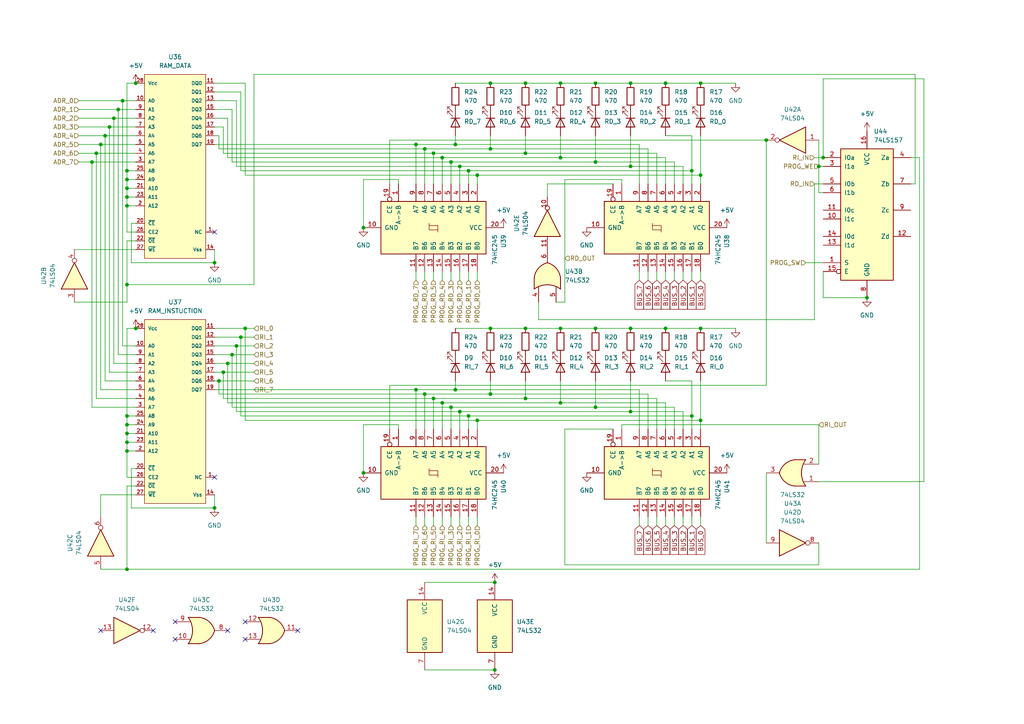
<source format=kicad_sch>
(kicad_sch (version 20230121) (generator eeschema)
  (paper "A4")
  (title_block (title "RAM") (date "2023-07-13") (rev "1"))
  (junction (at 203.2 24.13))
  (junction (at 29.21 41.91))
  (junction (at 251.46 86.36))
  (junction (at 34.29 31.75))
  (junction (at 35.56 29.21))
  (junction (at 123.19 43.18))
  (junction (at 128.27 45.72))
  (junction (at 162.56 116.84))
  (junction (at 203.2 95.25))
  (junction (at 135.89 120.65))
  (junction (at 27.94 44.45))
  (junction (at 105.41 66.04))
  (junction (at 63.5 110.49))
  (junction (at 182.88 24.13))
  (junction (at 143.51 168.91))
  (junction (at 120.65 41.91))
  (junction (at 142.24 95.25))
  (junction (at 182.88 119.38))
  (junction (at 152.4 95.25))
  (junction (at 36.83 54.61))
  (junction (at 182.88 95.25))
  (junction (at 172.72 24.13))
  (junction (at 36.83 130.81))
  (junction (at 222.25 40.64))
  (junction (at 36.83 57.15))
  (junction (at 135.89 49.53))
  (junction (at 133.35 119.38))
  (junction (at 133.35 48.26))
  (junction (at 138.43 121.92))
  (junction (at 172.72 118.11))
  (junction (at 36.83 59.69))
  (junction (at 203.2 50.8))
  (junction (at 36.83 125.73))
  (junction (at 193.04 24.13))
  (junction (at 125.73 115.57))
  (junction (at 66.04 105.41))
  (junction (at 172.72 46.99))
  (junction (at 237.49 48.26))
  (junction (at 142.24 24.13))
  (junction (at 152.4 115.57))
  (junction (at 162.56 24.13))
  (junction (at 39.37 95.25))
  (junction (at 67.31 102.87))
  (junction (at 36.83 128.27))
  (junction (at 130.81 118.11))
  (junction (at 64.77 107.95))
  (junction (at 142.24 43.18))
  (junction (at 36.83 120.65))
  (junction (at 26.67 46.99))
  (junction (at 33.02 34.29))
  (junction (at 68.58 100.33))
  (junction (at 36.83 123.19))
  (junction (at 30.48 39.37))
  (junction (at 172.72 95.25))
  (junction (at 62.23 76.2))
  (junction (at 123.19 114.3))
  (junction (at 71.12 95.25))
  (junction (at 130.81 46.99))
  (junction (at 203.2 121.92))
  (junction (at 152.4 24.13))
  (junction (at 162.56 45.72))
  (junction (at 120.65 113.03))
  (junction (at 36.83 52.07))
  (junction (at 142.24 114.3))
  (junction (at 31.75 36.83))
  (junction (at 200.66 49.53))
  (junction (at 105.41 137.16))
  (junction (at 238.76 45.72))
  (junction (at 125.73 44.45))
  (junction (at 36.83 82.55))
  (junction (at 152.4 44.45))
  (junction (at 36.83 49.53))
  (junction (at 62.23 147.32))
  (junction (at 200.66 120.65))
  (junction (at 128.27 116.84))
  (junction (at 162.56 95.25))
  (junction (at 182.88 48.26))
  (junction (at 69.85 97.79))
  (junction (at 193.04 95.25))
  (junction (at 39.37 24.13))
  (junction (at 143.51 194.31))
  (junction (at 132.08 41.91))
  (junction (at 36.83 165.1))
  (junction (at 132.08 113.03))
  (junction (at 138.43 50.8))
  (no_connect (at 62.23 67.31))
  (no_connect (at 50.8 185.42))
  (no_connect (at 50.8 180.34))
  (no_connect (at 71.12 180.34))
  (no_connect (at 86.36 182.88))
  (no_connect (at 62.23 138.43))
  (no_connect (at 66.04 182.88))
  (no_connect (at 29.21 182.88))
  (no_connect (at 71.12 185.42))
  (no_connect (at 44.45 182.88))
  (wire (pts (xy 163.83 124.46) (xy 177.8 124.46)))
  (wire (pts (xy 185.42 41.91) (xy 132.08 41.91)))
  (wire (pts (xy 29.21 149.86) (xy 29.21 143.51)))
  (wire (pts (xy 39.37 67.31) (xy 36.83 67.31)))
  (wire (pts (xy 31.75 107.95) (xy 39.37 107.95)))
  (wire (pts (xy 68.58 29.21) (xy 62.23 29.21)))
  (wire (pts (xy 29.21 41.91) (xy 29.21 113.03)))
  (wire (pts (xy 180.34 52.07) (xy 163.83 52.07)))
  (wire (pts (xy 187.96 114.3) (xy 142.24 114.3)))
  (wire (pts (xy 135.89 49.53) (xy 69.85 49.53)))
  (wire (pts (xy 29.21 165.1) (xy 36.83 165.1)))
  (wire (pts (xy 39.37 41.91) (xy 29.21 41.91)))
  (wire (pts (xy 267.97 22.86) (xy 267.97 139.7)))
  (wire (pts (xy 66.04 34.29) (xy 62.23 34.29)))
  (wire (pts (xy 187.96 43.18) (xy 142.24 43.18)))
  (wire (pts (xy 198.12 78.74) (xy 198.12 81.28)))
  (wire (pts (xy 193.04 24.13) (xy 182.88 24.13)))
  (wire (pts (xy 156.21 92.71) (xy 156.21 87.63)))
  (wire (pts (xy 39.37 29.21) (xy 35.56 29.21)))
  (wire (pts (xy 222.25 111.76) (xy 113.03 111.76)))
  (wire (pts (xy 68.58 48.26) (xy 68.58 29.21)))
  (wire (pts (xy 162.56 24.13) (xy 152.4 24.13)))
  (wire (pts (xy 267.97 139.7) (xy 237.49 139.7)))
  (wire (pts (xy 187.96 78.74) (xy 187.96 81.28)))
  (wire (pts (xy 63.5 43.18) (xy 63.5 39.37)))
  (wire (pts (xy 163.83 163.83) (xy 163.83 124.46)))
  (wire (pts (xy 133.35 78.74) (xy 133.35 81.28)))
  (wire (pts (xy 62.23 147.32) (xy 62.23 143.51)))
  (wire (pts (xy 22.86 44.45) (xy 27.94 44.45)))
  (wire (pts (xy 115.57 53.34) (xy 115.57 52.07)))
  (wire (pts (xy 180.34 124.46) (xy 180.34 123.19)))
  (wire (pts (xy 162.56 45.72) (xy 128.27 45.72)))
  (wire (pts (xy 182.88 119.38) (xy 133.35 119.38)))
  (wire (pts (xy 187.96 149.86) (xy 187.96 152.4)))
  (wire (pts (xy 64.77 107.95) (xy 73.66 107.95)))
  (wire (pts (xy 162.56 116.84) (xy 128.27 116.84)))
  (wire (pts (xy 172.72 39.37) (xy 172.72 46.99)))
  (wire (pts (xy 39.37 138.43) (xy 36.83 138.43)))
  (wire (pts (xy 39.37 135.89) (xy 38.1 135.89)))
  (wire (pts (xy 237.49 40.64) (xy 237.49 48.26)))
  (wire (pts (xy 36.83 125.73) (xy 39.37 125.73)))
  (wire (pts (xy 132.08 41.91) (xy 120.65 41.91)))
  (wire (pts (xy 233.68 76.2) (xy 238.76 76.2)))
  (wire (pts (xy 193.04 110.49) (xy 200.66 110.49)))
  (wire (pts (xy 66.04 116.84) (xy 66.04 105.41)))
  (wire (pts (xy 113.03 40.64) (xy 113.03 53.34)))
  (wire (pts (xy 158.75 57.15) (xy 158.75 53.34)))
  (wire (pts (xy 36.83 59.69) (xy 39.37 59.69)))
  (wire (pts (xy 203.2 124.46) (xy 203.2 121.92)))
  (wire (pts (xy 172.72 46.99) (xy 130.81 46.99)))
  (wire (pts (xy 198.12 53.34) (xy 198.12 48.26)))
  (wire (pts (xy 185.42 124.46) (xy 185.42 113.03)))
  (wire (pts (xy 39.37 34.29) (xy 33.02 34.29)))
  (wire (pts (xy 132.08 113.03) (xy 120.65 113.03)))
  (wire (pts (xy 27.94 44.45) (xy 27.94 115.57)))
  (wire (pts (xy 193.04 116.84) (xy 162.56 116.84)))
  (wire (pts (xy 135.89 149.86) (xy 135.89 152.4)))
  (wire (pts (xy 185.42 113.03) (xy 132.08 113.03)))
  (wire (pts (xy 22.86 34.29) (xy 33.02 34.29)))
  (wire (pts (xy 36.83 49.53) (xy 39.37 49.53)))
  (wire (pts (xy 130.81 118.11) (xy 67.31 118.11)))
  (wire (pts (xy 203.2 39.37) (xy 203.2 50.8)))
  (wire (pts (xy 200.66 78.74) (xy 200.66 81.28)))
  (wire (pts (xy 203.2 110.49) (xy 203.2 121.92)))
  (wire (pts (xy 236.22 92.71) (xy 156.21 92.71)))
  (wire (pts (xy 69.85 97.79) (xy 73.66 97.79)))
  (wire (pts (xy 200.66 53.34) (xy 200.66 49.53)))
  (wire (pts (xy 34.29 31.75) (xy 34.29 102.87)))
  (wire (pts (xy 133.35 149.86) (xy 133.35 152.4)))
  (wire (pts (xy 135.89 120.65) (xy 135.89 124.46)))
  (wire (pts (xy 238.76 86.36) (xy 251.46 86.36)))
  (wire (pts (xy 63.5 110.49) (xy 62.23 110.49)))
  (wire (pts (xy 22.86 41.91) (xy 29.21 41.91)))
  (wire (pts (xy 187.96 53.34) (xy 187.96 43.18)))
  (wire (pts (xy 128.27 149.86) (xy 128.27 152.4)))
  (wire (pts (xy 63.5 110.49) (xy 73.66 110.49)))
  (wire (pts (xy 138.43 78.74) (xy 138.43 81.28)))
  (wire (pts (xy 71.12 95.25) (xy 62.23 95.25)))
  (wire (pts (xy 130.81 78.74) (xy 130.81 81.28)))
  (wire (pts (xy 36.83 138.43) (xy 36.83 130.81)))
  (wire (pts (xy 125.73 44.45) (xy 64.77 44.45)))
  (wire (pts (xy 152.4 24.13) (xy 142.24 24.13)))
  (wire (pts (xy 120.65 78.74) (xy 120.65 81.28)))
  (wire (pts (xy 213.36 24.13) (xy 203.2 24.13)))
  (wire (pts (xy 172.72 110.49) (xy 172.72 118.11)))
  (wire (pts (xy 36.83 59.69) (xy 36.83 57.15)))
  (wire (pts (xy 128.27 116.84) (xy 128.27 124.46)))
  (wire (pts (xy 236.22 45.72) (xy 238.76 45.72)))
  (wire (pts (xy 193.04 39.37) (xy 200.66 39.37)))
  (wire (pts (xy 193.04 149.86) (xy 193.04 152.4)))
  (wire (pts (xy 36.83 82.55) (xy 73.66 82.55)))
  (wire (pts (xy 222.25 40.64) (xy 222.25 111.76)))
  (wire (pts (xy 238.76 45.72) (xy 238.76 22.86)))
  (wire (pts (xy 115.57 124.46) (xy 115.57 123.19)))
  (wire (pts (xy 238.76 22.86) (xy 267.97 22.86)))
  (wire (pts (xy 69.85 49.53) (xy 69.85 26.67)))
  (wire (pts (xy 113.03 40.64) (xy 222.25 40.64)))
  (wire (pts (xy 29.21 143.51) (xy 39.37 143.51)))
  (wire (pts (xy 68.58 119.38) (xy 68.58 100.33)))
  (wire (pts (xy 198.12 119.38) (xy 182.88 119.38)))
  (wire (pts (xy 158.75 53.34) (xy 177.8 53.34)))
  (wire (pts (xy 115.57 52.07) (xy 105.41 52.07)))
  (wire (pts (xy 172.72 118.11) (xy 130.81 118.11)))
  (wire (pts (xy 22.86 46.99) (xy 26.67 46.99)))
  (wire (pts (xy 71.12 95.25) (xy 73.66 95.25)))
  (wire (pts (xy 35.56 100.33) (xy 39.37 100.33)))
  (wire (pts (xy 142.24 43.18) (xy 123.19 43.18)))
  (wire (pts (xy 180.34 123.19) (xy 237.49 123.19)))
  (wire (pts (xy 64.77 44.45) (xy 64.77 36.83)))
  (wire (pts (xy 203.2 53.34) (xy 203.2 50.8)))
  (wire (pts (xy 264.16 53.34) (xy 265.43 53.34)))
  (wire (pts (xy 172.72 24.13) (xy 162.56 24.13)))
  (wire (pts (xy 71.12 121.92) (xy 71.12 95.25)))
  (wire (pts (xy 36.83 130.81) (xy 36.83 128.27)))
  (wire (pts (xy 195.58 46.99) (xy 172.72 46.99)))
  (wire (pts (xy 36.83 165.1) (xy 36.83 140.97)))
  (wire (pts (xy 135.89 49.53) (xy 135.89 53.34)))
  (wire (pts (xy 22.86 36.83) (xy 31.75 36.83)))
  (wire (pts (xy 128.27 45.72) (xy 66.04 45.72)))
  (wire (pts (xy 64.77 115.57) (xy 64.77 107.95)))
  (wire (pts (xy 185.42 149.86) (xy 185.42 152.4)))
  (wire (pts (xy 152.4 44.45) (xy 125.73 44.45)))
  (wire (pts (xy 62.23 41.91) (xy 120.65 41.91)))
  (wire (pts (xy 36.83 120.65) (xy 36.83 95.25)))
  (wire (pts (xy 39.37 31.75) (xy 34.29 31.75)))
  (wire (pts (xy 36.83 130.81) (xy 39.37 130.81)))
  (wire (pts (xy 36.83 52.07) (xy 36.83 49.53)))
  (wire (pts (xy 63.5 114.3) (xy 63.5 110.49)))
  (wire (pts (xy 133.35 119.38) (xy 133.35 124.46)))
  (wire (pts (xy 36.83 52.07) (xy 39.37 52.07)))
  (wire (pts (xy 162.56 110.49) (xy 162.56 116.84)))
  (wire (pts (xy 35.56 29.21) (xy 35.56 100.33)))
  (wire (pts (xy 123.19 114.3) (xy 63.5 114.3)))
  (wire (pts (xy 39.37 36.83) (xy 31.75 36.83)))
  (wire (pts (xy 66.04 105.41) (xy 62.23 105.41)))
  (wire (pts (xy 36.83 123.19) (xy 39.37 123.19)))
  (wire (pts (xy 162.56 95.25) (xy 152.4 95.25)))
  (wire (pts (xy 68.58 100.33) (xy 62.23 100.33)))
  (wire (pts (xy 64.77 107.95) (xy 62.23 107.95)))
  (wire (pts (xy 130.81 149.86) (xy 130.81 152.4)))
  (wire (pts (xy 182.88 95.25) (xy 172.72 95.25)))
  (wire (pts (xy 200.66 110.49) (xy 200.66 120.65)))
  (wire (pts (xy 152.4 39.37) (xy 152.4 44.45)))
  (wire (pts (xy 31.75 36.83) (xy 31.75 107.95)))
  (wire (pts (xy 38.1 147.32) (xy 62.23 147.32)))
  (wire (pts (xy 190.5 115.57) (xy 152.4 115.57)))
  (wire (pts (xy 187.96 124.46) (xy 187.96 114.3)))
  (wire (pts (xy 66.04 105.41) (xy 73.66 105.41)))
  (wire (pts (xy 195.58 78.74) (xy 195.58 81.28)))
  (wire (pts (xy 36.83 69.85) (xy 36.83 82.55)))
  (wire (pts (xy 203.2 24.13) (xy 193.04 24.13)))
  (wire (pts (xy 125.73 149.86) (xy 125.73 152.4)))
  (wire (pts (xy 237.49 157.48) (xy 237.49 163.83)))
  (wire (pts (xy 142.24 95.25) (xy 132.08 95.25)))
  (wire (pts (xy 39.37 64.77) (xy 38.1 64.77)))
  (wire (pts (xy 22.86 31.75) (xy 34.29 31.75)))
  (wire (pts (xy 36.83 128.27) (xy 39.37 128.27)))
  (wire (pts (xy 193.04 95.25) (xy 182.88 95.25)))
  (wire (pts (xy 236.22 53.34) (xy 236.22 92.71)))
  (wire (pts (xy 203.2 149.86) (xy 203.2 152.4)))
  (wire (pts (xy 21.59 72.39) (xy 39.37 72.39)))
  (wire (pts (xy 27.94 115.57) (xy 39.37 115.57)))
  (wire (pts (xy 125.73 78.74) (xy 125.73 81.28)))
  (wire (pts (xy 182.88 39.37) (xy 182.88 48.26)))
  (wire (pts (xy 200.66 120.65) (xy 135.89 120.65)))
  (wire (pts (xy 128.27 78.74) (xy 128.27 81.28)))
  (wire (pts (xy 152.4 110.49) (xy 152.4 115.57)))
  (wire (pts (xy 38.1 64.77) (xy 38.1 76.2)))
  (wire (pts (xy 67.31 102.87) (xy 62.23 102.87)))
  (wire (pts (xy 152.4 115.57) (xy 125.73 115.57)))
  (wire (pts (xy 62.23 76.2) (xy 62.23 72.39)))
  (wire (pts (xy 71.12 50.8) (xy 71.12 24.13)))
  (wire (pts (xy 198.12 124.46) (xy 198.12 119.38)))
  (wire (pts (xy 120.65 113.03) (xy 120.65 124.46)))
  (wire (pts (xy 125.73 115.57) (xy 125.73 124.46)))
  (wire (pts (xy 113.03 111.76) (xy 113.03 124.46)))
  (wire (pts (xy 71.12 24.13) (xy 62.23 24.13)))
  (wire (pts (xy 26.67 118.11) (xy 39.37 118.11)))
  (wire (pts (xy 138.43 50.8) (xy 138.43 53.34)))
  (wire (pts (xy 172.72 95.25) (xy 162.56 95.25)))
  (wire (pts (xy 39.37 44.45) (xy 27.94 44.45)))
  (wire (pts (xy 138.43 50.8) (xy 71.12 50.8)))
  (wire (pts (xy 22.86 29.21) (xy 35.56 29.21)))
  (wire (pts (xy 39.37 46.99) (xy 26.67 46.99)))
  (wire (pts (xy 36.83 123.19) (xy 36.83 120.65)))
  (wire (pts (xy 67.31 102.87) (xy 73.66 102.87)))
  (wire (pts (xy 195.58 149.86) (xy 195.58 152.4)))
  (wire (pts (xy 182.88 48.26) (xy 133.35 48.26)))
  (wire (pts (xy 195.58 118.11) (xy 172.72 118.11)))
  (wire (pts (xy 135.89 120.65) (xy 69.85 120.65)))
  (wire (pts (xy 128.27 45.72) (xy 128.27 53.34)))
  (wire (pts (xy 200.66 49.53) (xy 135.89 49.53)))
  (wire (pts (xy 193.04 78.74) (xy 193.04 81.28)))
  (wire (pts (xy 36.83 95.25) (xy 39.37 95.25)))
  (wire (pts (xy 36.83 67.31) (xy 36.83 59.69)))
  (wire (pts (xy 190.5 149.86) (xy 190.5 152.4)))
  (wire (pts (xy 36.83 57.15) (xy 36.83 54.61)))
  (wire (pts (xy 67.31 31.75) (xy 62.23 31.75)))
  (wire (pts (xy 138.43 121.92) (xy 71.12 121.92)))
  (wire (pts (xy 36.83 120.65) (xy 39.37 120.65)))
  (wire (pts (xy 236.22 53.34) (xy 238.76 53.34)))
  (wire (pts (xy 142.24 39.37) (xy 142.24 43.18)))
  (wire (pts (xy 132.08 39.37) (xy 132.08 41.91)))
  (wire (pts (xy 26.67 46.99) (xy 26.67 118.11)))
  (wire (pts (xy 66.04 45.72) (xy 66.04 34.29)))
  (wire (pts (xy 69.85 97.79) (xy 62.23 97.79)))
  (wire (pts (xy 203.2 78.74) (xy 203.2 81.28)))
  (wire (pts (xy 30.48 110.49) (xy 39.37 110.49)))
  (wire (pts (xy 185.42 53.34) (xy 185.42 41.91)))
  (wire (pts (xy 69.85 120.65) (xy 69.85 97.79)))
  (wire (pts (xy 237.49 48.26) (xy 238.76 48.26)))
  (wire (pts (xy 238.76 78.74) (xy 238.76 86.36)))
  (wire (pts (xy 185.42 78.74) (xy 185.42 81.28)))
  (wire (pts (xy 190.5 124.46) (xy 190.5 115.57)))
  (wire (pts (xy 237.49 163.83) (xy 163.83 163.83)))
  (wire (pts (xy 265.43 53.34) (xy 265.43 21.59)))
  (wire (pts (xy 203.2 95.25) (xy 193.04 95.25)))
  (wire (pts (xy 198.12 48.26) (xy 182.88 48.26)))
  (wire (pts (xy 152.4 95.25) (xy 142.24 95.25)))
  (wire (pts (xy 195.58 53.34) (xy 195.58 46.99)))
  (wire (pts (xy 120.65 41.91) (xy 120.65 53.34)))
  (wire (pts (xy 200.66 124.46) (xy 200.66 120.65)))
  (wire (pts (xy 123.19 194.31) (xy 143.51 194.31)))
  (wire (pts (xy 120.65 149.86) (xy 120.65 152.4)))
  (wire (pts (xy 203.2 50.8) (xy 138.43 50.8)))
  (wire (pts (xy 133.35 48.26) (xy 133.35 53.34)))
  (wire (pts (xy 67.31 46.99) (xy 67.31 31.75)))
  (wire (pts (xy 195.58 124.46) (xy 195.58 118.11)))
  (wire (pts (xy 39.37 39.37) (xy 30.48 39.37)))
  (wire (pts (xy 142.24 24.13) (xy 132.08 24.13)))
  (wire (pts (xy 34.29 102.87) (xy 39.37 102.87)))
  (wire (pts (xy 163.83 87.63) (xy 161.29 87.63)))
  (wire (pts (xy 133.35 48.26) (xy 68.58 48.26)))
  (wire (pts (xy 36.83 125.73) (xy 36.83 123.19)))
  (wire (pts (xy 36.83 24.13) (xy 39.37 24.13)))
  (wire (pts (xy 36.83 54.61) (xy 36.83 52.07)))
  (wire (pts (xy 123.19 168.91) (xy 143.51 168.91)))
  (wire (pts (xy 123.19 43.18) (xy 123.19 53.34)))
  (wire (pts (xy 138.43 121.92) (xy 138.43 124.46)))
  (wire (pts (xy 266.7 165.1) (xy 36.83 165.1)))
  (wire (pts (xy 33.02 34.29) (xy 33.02 105.41)))
  (wire (pts (xy 180.34 53.34) (xy 180.34 52.07)))
  (wire (pts (xy 130.81 46.99) (xy 67.31 46.99)))
  (wire (pts (xy 125.73 44.45) (xy 125.73 53.34)))
  (wire (pts (xy 36.83 57.15) (xy 39.37 57.15)))
  (wire (pts (xy 36.83 49.53) (xy 36.83 24.13)))
  (wire (pts (xy 193.04 124.46) (xy 193.04 116.84)))
  (wire (pts (xy 30.48 39.37) (xy 30.48 110.49)))
  (wire (pts (xy 142.24 110.49) (xy 142.24 114.3)))
  (wire (pts (xy 69.85 26.67) (xy 62.23 26.67)))
  (wire (pts (xy 38.1 76.2) (xy 62.23 76.2)))
  (wire (pts (xy 237.49 48.26) (xy 237.49 55.88)))
  (wire (pts (xy 266.7 45.72) (xy 266.7 165.1)))
  (wire (pts (xy 182.88 110.49) (xy 182.88 119.38)))
  (wire (pts (xy 130.81 118.11) (xy 130.81 124.46)))
  (wire (pts (xy 115.57 123.19) (xy 105.41 123.19)))
  (wire (pts (xy 29.21 113.03) (xy 39.37 113.03)))
  (wire (pts (xy 22.86 39.37) (xy 30.48 39.37)))
  (wire (pts (xy 36.83 140.97) (xy 39.37 140.97)))
  (wire (pts (xy 123.19 78.74) (xy 123.19 81.28)))
  (wire (pts (xy 200.66 149.86) (xy 200.66 152.4)))
  (wire (pts (xy 142.24 114.3) (xy 123.19 114.3)))
  (wire (pts (xy 198.12 149.86) (xy 198.12 152.4)))
  (wire (pts (xy 203.2 121.92) (xy 138.43 121.92)))
  (wire (pts (xy 38.1 135.89) (xy 38.1 147.32)))
  (wire (pts (xy 237.49 55.88) (xy 238.76 55.88)))
  (wire (pts (xy 213.36 95.25) (xy 203.2 95.25)))
  (wire (pts (xy 21.59 87.63) (xy 36.83 87.63)))
  (wire (pts (xy 123.19 43.18) (xy 63.5 43.18)))
  (wire (pts (xy 193.04 45.72) (xy 162.56 45.72)))
  (wire (pts (xy 190.5 53.34) (xy 190.5 44.45)))
  (wire (pts (xy 68.58 100.33) (xy 73.66 100.33)))
  (wire (pts (xy 36.83 82.55) (xy 36.83 87.63)))
  (wire (pts (xy 200.66 39.37) (xy 200.66 49.53)))
  (wire (pts (xy 36.83 54.61) (xy 39.37 54.61)))
  (wire (pts (xy 36.83 128.27) (xy 36.83 125.73)))
  (wire (pts (xy 264.16 45.72) (xy 266.7 45.72)))
  (wire (pts (xy 182.88 24.13) (xy 172.72 24.13)))
  (wire (pts (xy 133.35 119.38) (xy 68.58 119.38)))
  (wire (pts (xy 130.81 46.99) (xy 130.81 53.34)))
  (wire (pts (xy 193.04 53.34) (xy 193.04 45.72)))
  (wire (pts (xy 128.27 116.84) (xy 66.04 116.84)))
  (wire (pts (xy 63.5 39.37) (xy 62.23 39.37)))
  (wire (pts (xy 123.19 114.3) (xy 123.19 124.46)))
  (wire (pts (xy 162.56 39.37) (xy 162.56 45.72)))
  (wire (pts (xy 222.25 137.16) (xy 222.25 157.48)))
  (wire (pts (xy 67.31 118.11) (xy 67.31 102.87)))
  (wire (pts (xy 132.08 110.49) (xy 132.08 113.03)))
  (wire (pts (xy 64.77 36.83) (xy 62.23 36.83)))
  (wire (pts (xy 123.19 149.86) (xy 123.19 152.4)))
  (wire (pts (xy 105.41 52.07) (xy 105.41 66.04)))
  (wire (pts (xy 135.89 78.74) (xy 135.89 81.28)))
  (wire (pts (xy 36.83 69.85) (xy 39.37 69.85)))
  (wire (pts (xy 105.41 123.19) (xy 105.41 137.16)))
  (wire (pts (xy 237.49 123.19) (xy 237.49 134.62)))
  (wire (pts (xy 33.02 105.41) (xy 39.37 105.41)))
  (wire (pts (xy 125.73 115.57) (xy 64.77 115.57)))
  (wire (pts (xy 62.23 113.03) (xy 120.65 113.03)))
  (wire (pts (xy 73.66 21.59) (xy 73.66 82.55)))
  (wire (pts (xy 190.5 44.45) (xy 152.4 44.45)))
  (wire (pts (xy 138.43 149.86) (xy 138.43 152.4)))
  (wire (pts (xy 190.5 78.74) (xy 190.5 81.28)))
  (wire (pts (xy 163.83 52.07) (xy 163.83 87.63)))
  (wire (pts (xy 73.66 21.59) (xy 265.43 21.59)))
  (global_label "BUS_0" (shape input) (at 203.2 81.28 270) (property "Intersheetrefs" "${INTERSHEET_REFS}" (effects hide)))
  (global_label "BUS_4" (shape input) (at 193.04 81.28 270) (property "Intersheetrefs" "${INTERSHEET_REFS}" (effects hide)))
  (global_label "BUS_3" (shape input) (at 195.58 81.28 270) (property "Intersheetrefs" "${INTERSHEET_REFS}" (effects hide)))
  (global_label "BUS_4" (shape input) (at 193.04 152.4 270) (property "Intersheetrefs" "${INTERSHEET_REFS}" (effects hide)))
  (global_label "BUS_1" (shape input) (at 200.66 152.4 270) (property "Intersheetrefs" "${INTERSHEET_REFS}" (effects hide)))
  (global_label "BUS_2" (shape input) (at 198.12 81.28 270) (property "Intersheetrefs" "${INTERSHEET_REFS}" (effects hide)))
  (global_label "BUS_7" (shape input) (at 185.42 81.28 270) (property "Intersheetrefs" "${INTERSHEET_REFS}" (effects hide)))
  (global_label "BUS_0" (shape input) (at 203.2 152.4 270) (property "Intersheetrefs" "${INTERSHEET_REFS}" (effects hide)))
  (global_label "BUS_1" (shape input) (at 200.66 81.28 270) (property "Intersheetrefs" "${INTERSHEET_REFS}" (effects hide)))
  (global_label "BUS_5" (shape input) (at 190.5 152.4 270) (property "Intersheetrefs" "${INTERSHEET_REFS}" (effects hide)))
  (global_label "BUS_5" (shape input) (at 190.5 81.28 270) (property "Intersheetrefs" "${INTERSHEET_REFS}" (effects hide)))
  (global_label "BUS_7" (shape input) (at 185.42 152.4 270) (property "Intersheetrefs" "${INTERSHEET_REFS}" (effects hide)))
  (global_label "BUS_2" (shape input) (at 198.12 152.4 270) (property "Intersheetrefs" "${INTERSHEET_REFS}" (effects hide)))
  (global_label "BUS_3" (shape input) (at 195.58 152.4 270) (property "Intersheetrefs" "${INTERSHEET_REFS}" (effects hide)))
  (global_label "BUS_6" (shape input) (at 187.96 152.4 270) (property "Intersheetrefs" "${INTERSHEET_REFS}" (effects hide)))
  (global_label "BUS_6" (shape input) (at 187.96 81.28 270) (property "Intersheetrefs" "${INTERSHEET_REFS}" (effects hide)))
  (hierarchical_label "PROG_RI_1" (shape input) (at 135.89 152.4 270))
  (hierarchical_label "RI_7" (shape input) (at 73.66 113.03 0))
  (hierarchical_label "PROG_RD_1" (shape input) (at 135.89 81.28 270))
  (hierarchical_label "PROG_SW" (shape input) (at 233.68 76.2 180))
  (hierarchical_label "ADR_7" (shape input) (at 22.86 46.99 180))
  (hierarchical_label "PROG_RI_7" (shape input) (at 120.65 152.4 270))
  (hierarchical_label "RI_OUT" (shape input) (at 237.49 123.19 0))
  (hierarchical_label "ADR_4" (shape input) (at 22.86 39.37 180))
  (hierarchical_label "RI_6" (shape input) (at 73.66 110.49 0))
  (hierarchical_label "PROG_RI_4" (shape input) (at 128.27 152.4 270))
  (hierarchical_label "RI_3" (shape input) (at 73.66 102.87 0))
  (hierarchical_label "PROG_RI_5" (shape input) (at 125.73 152.4 270))
  (hierarchical_label "ADR_5" (shape input) (at 22.86 41.91 180))
  (hierarchical_label "RD_OUT" (shape input) (at 163.83 74.93 0))
  (hierarchical_label "PROG_RD_7" (shape input) (at 120.65 81.28 270))
  (hierarchical_label "ADR_0" (shape input) (at 22.86 29.21 180))
  (hierarchical_label "RI_5" (shape input) (at 73.66 107.95 0))
  (hierarchical_label "PROG_RD_0" (shape input) (at 138.43 81.28 270))
  (hierarchical_label "ADR_6" (shape input) (at 22.86 44.45 180))
  (hierarchical_label "RI_1" (shape input) (at 73.66 97.79 0))
  (hierarchical_label "PROG_RD_4" (shape input) (at 128.27 81.28 270))
  (hierarchical_label "PROG_RI_2" (shape input) (at 133.35 152.4 270))
  (hierarchical_label "PROG_RI_3" (shape input) (at 130.81 152.4 270))
  (hierarchical_label "RI_IN" (shape input) (at 236.22 45.72 180))
  (hierarchical_label "PROG_RD_5" (shape input) (at 125.73 81.28 270))
  (hierarchical_label "RD_IN" (shape input) (at 236.22 53.34 180))
  (hierarchical_label "RI_0" (shape input) (at 73.66 95.25 0))
  (hierarchical_label "RI_4" (shape input) (at 73.66 105.41 0))
  (hierarchical_label "PROG_RI_0" (shape input) (at 138.43 152.4 270))
  (hierarchical_label "PROG_RD_2" (shape input) (at 133.35 81.28 270))
  (hierarchical_label "PROG_RD_3" (shape input) (at 130.81 81.28 270))
  (hierarchical_label "PROG_RI_6" (shape input) (at 123.19 152.4 270))
  (hierarchical_label "ADR_2" (shape input) (at 22.86 34.29 180))
  (hierarchical_label "ADR_1" (shape input) (at 22.86 31.75 180))
  (hierarchical_label "ADR_3" (shape input) (at 22.86 36.83 180))
  (hierarchical_label "PROG_RD_6" (shape input) (at 123.19 81.28 270))
  (hierarchical_label "RI_2" (shape input) (at 73.66 100.33 0))
  (hierarchical_label "PROG_WE" (shape input) (at 237.49 48.26 180))
  (symbol (lib_id "power:GND") (at 251.46 86.36 0) (unit 1)
    (property "Reference" "#PWR082" (effects hide))
    (property "Value" "GND" (at 251.46 91.44 0))
  )
  (symbol (lib_id "Device:R") (at 193.04 27.94 180) (unit 1)
    (property "Reference" "R18" (at 195.58 26.67 0) (effects (justify right)))
    (property "Value" "470" (at 195.58 29.21 0) (effects (justify right)))
    (property "Footprint" "Resistor_SMD:R_1206_3216Metric_Pad1.30x1.75mm_HandSolder" (effects hide))
    (instances (project "SAP-Extended" (path "" (reference "R18") (unit 1)) (path "" (reference "R26") (unit 1)) (path "" (reference "R77") (unit 1))))
  )
  (symbol (lib_id "power:GND") (at 62.23 76.2 0) (unit 1)
    (property "Reference" "#PWR069" (effects hide))
    (property "Value" "GND" (at 62.23 81.28 0))
  )
  (symbol (lib_id "power:+5V") (at 146.05 66.04 0) (unit 1)
    (property "Reference" "#PWR073" (effects hide))
    (property "Value" "+5V" (at 146.05 60.96 0))
  )
  (symbol (lib_id "Device:R") (at 162.56 99.06 180) (unit 1)
    (property "Reference" "R21" (at 165.1 97.79 0) (effects (justify right)))
    (property "Value" "470" (at 165.1 100.33 0) (effects (justify right)))
    (property "Footprint" "Resistor_SMD:R_1206_3216Metric_Pad1.30x1.75mm_HandSolder" (effects hide))
    (instances (project "SAP-Extended" (path "" (reference "R21") (unit 1)) (path "" (reference "R29") (unit 1)) (path "" (reference "R87") (unit 1))))
  )
  (symbol (lib_id "power:GND") (at 213.36 24.13 0) (unit 1)
    (property "Reference" "#PWR022" (effects hide))
    (property "Value" "GND" (at 213.36 29.21 0))
    (instances (project "SAP-Extended" (path "" (reference "#PWR022") (unit 1)) (path "" (reference "#PWR023") (unit 1)) (path "" (reference "#PWR076") (unit 1))))
  )
  (symbol (lib_id "Device:LED") (at 203.2 35.56 270) (unit 1)
    (property "Reference" "D16" (at 205.74 32.7025 90) (effects (justify left)))
    (property "Value" "RD_0" (at 205.74 35.2425 90) (effects (justify left)))
    (property "Footprint" "LED_THT:LED_D3.0mm" (effects hide))
    (instances (project "SAP-Extended" (path "" (reference "D16") (unit 1)) (path "" (reference "D17") (unit 1)) (path "" (reference "D58") (unit 1))))
  )
  (symbol (lib_id "power:+5V") (at 251.46 38.1 0) (unit 1)
    (property "Reference" "#PWR083" (effects hide))
    (property "Value" "+5V" (at 251.46 33.02 0))
  )
  (symbol (lib_id "74xx:74LS04") (at 36.83 182.88 0) (unit 6)
    (property "Reference" "U42" (at 36.83 173.99 0))
    (property "Value" "74LS04" (at 36.83 176.53 0))
    (property "Footprint" "Package_DIP:DIP-14_W7.62mm_Socket" (effects hide))
    (property "Datasheet" "http://www.ti.com/lit/gpn/sn74LS04" (effects hide))
  )
  (symbol (lib_id "Device:LED") (at 182.88 35.56 270) (unit 1)
    (property "Reference" "D14" (at 185.42 32.7025 90) (effects (justify left)))
    (property "Value" "RD_2" (at 185.42 35.2425 90) (effects (justify left)))
    (property "Footprint" "LED_THT:LED_D3.0mm" (effects hide))
    (instances (project "SAP-Extended" (path "" (reference "D14") (unit 1)) (path "" (reference "D19") (unit 1)) (path "" (reference "D60") (unit 1))))
  )
  (symbol (lib_id "Device:LED") (at 162.56 106.68 270) (unit 1)
    (property "Reference" "D12" (at 165.1 103.8225 90) (effects (justify left)))
    (property "Value" "RI_4" (at 165.1 106.3625 90) (effects (justify left)))
    (property "Footprint" "LED_THT:LED_D3.0mm" (effects hide))
    (instances (project "SAP-Extended" (path "" (reference "D12") (unit 1)) (path "" (reference "D21") (unit 1)) (path "" (reference "D69") (unit 1))))
  )
  (symbol (lib_id "74xx:74LS04") (at 123.19 181.61 0) (unit 7)
    (property "Reference" "U42" (at 129.54 180.34 0) (effects (justify left)))
    (property "Value" "74LS04" (at 129.54 182.88 0) (effects (justify left)))
    (property "Footprint" "Package_DIP:DIP-14_W7.62mm_Socket" (effects hide))
    (property "Datasheet" "http://www.ti.com/lit/gpn/sn74LS04" (effects hide))
  )
  (symbol (lib_id "Device:LED") (at 142.24 106.68 270) (unit 1)
    (property "Reference" "D10" (at 144.78 103.8225 90) (effects (justify left)))
    (property "Value" "RI_6" (at 144.78 106.3625 90) (effects (justify left)))
    (property "Footprint" "LED_THT:LED_D3.0mm" (effects hide))
    (instances (project "SAP-Extended" (path "" (reference "D10") (unit 1)) (path "" (reference "D23") (unit 1)) (path "" (reference "D67") (unit 1))))
  )
  (symbol (lib_id "Device:LED") (at 203.2 106.68 270) (unit 1)
    (property "Reference" "D16" (at 205.74 103.8225 90) (effects (justify left)))
    (property "Value" "RI_0" (at 205.74 106.3625 90) (effects (justify left)))
    (property "Footprint" "LED_THT:LED_D3.0mm" (effects hide))
    (instances (project "SAP-Extended" (path "" (reference "D16") (unit 1)) (path "" (reference "D17") (unit 1)) (path "" (reference "D73") (unit 1))))
  )
  (symbol (lib_id "Device:R") (at 182.88 99.06 180) (unit 1)
    (property "Reference" "R19" (at 185.42 97.79 0) (effects (justify right)))
    (property "Value" "470" (at 185.42 100.33 0) (effects (justify right)))
    (property "Footprint" "Resistor_SMD:R_1206_3216Metric_Pad1.30x1.75mm_HandSolder" (effects hide))
    (instances (project "SAP-Extended" (path "" (reference "R19") (unit 1)) (path "" (reference "R27") (unit 1)) (path "" (reference "R89") (unit 1))))
  )
  (symbol (lib_id "power:GND") (at 143.51 194.31 0) (unit 1)
    (property "Reference" "#PWR085" (effects hide))
    (property "Value" "GND" (at 143.51 199.39 0))
  )
  (symbol (lib_id "power:GND") (at 62.23 147.32 0) (unit 1)
    (property "Reference" "#PWR068" (effects hide))
    (property "Value" "GND" (at 62.23 152.4 0))
  )
  (symbol (lib_id "74xx:74LS32") (at 78.74 182.88 0) (unit 4)
    (property "Reference" "U43" (at 78.74 173.99 0))
    (property "Value" "74LS32" (at 78.74 176.53 0))
    (property "Footprint" "Package_DIP:DIP-14_W7.62mm_Socket" (effects hide))
    (property "Datasheet" "http://www.ti.com/lit/gpn/sn74LS32" (effects hide))
  )
  (symbol (lib_id "Device:R") (at 132.08 27.94 180) (unit 1)
    (property "Reference" "R24" (at 134.62 26.67 0) (effects (justify right)))
    (property "Value" "470" (at 134.62 29.21 0) (effects (justify right)))
    (property "Footprint" "Resistor_SMD:R_1206_3216Metric_Pad1.30x1.75mm_HandSolder" (effects hide))
    (instances (project "SAP-Extended" (path "" (reference "R24") (unit 1)) (path "" (reference "R32") (unit 1)) (path "" (reference "R83") (unit 1))))
  )
  (symbol (lib_id "74xx:74LS32") (at 229.87 137.16 180) (unit 1)
    (property "Reference" "U43" (at 229.87 146.05 0))
    (property "Value" "74LS32" (at 229.87 143.51 0))
    (property "Footprint" "Package_DIP:DIP-14_W7.62mm_Socket" (effects hide))
    (property "Datasheet" "http://www.ti.com/lit/gpn/sn74LS32" (effects hide))
  )
  (symbol (lib_id "Device:R") (at 142.24 27.94 180) (unit 1)
    (property "Reference" "R23" (at 144.78 26.67 0) (effects (justify right)))
    (property "Value" "470" (at 144.78 29.21 0) (effects (justify right)))
    (property "Footprint" "Resistor_SMD:R_1206_3216Metric_Pad1.30x1.75mm_HandSolder" (effects hide))
    (instances (project "SAP-Extended" (path "" (reference "R23") (unit 1)) (path "" (reference "R31") (unit 1)) (path "" (reference "R82") (unit 1))))
  )
  (symbol (lib_id "Device:LED") (at 162.56 35.56 270) (unit 1)
    (property "Reference" "D12" (at 165.1 32.7025 90) (effects (justify left)))
    (property "Value" "RD_4" (at 165.1 35.2425 90) (effects (justify left)))
    (property "Footprint" "LED_THT:LED_D3.0mm" (effects hide))
    (instances (project "SAP-Extended" (path "" (reference "D12") (unit 1)) (path "" (reference "D21") (unit 1)) (path "" (reference "D62") (unit 1))))
  )
  (symbol (lib_id "Device:LED") (at 172.72 106.68 270) (unit 1)
    (property "Reference" "D13" (at 175.26 103.8225 90) (effects (justify left)))
    (property "Value" "RI_3" (at 175.26 106.3625 90) (effects (justify left)))
    (property "Footprint" "LED_THT:LED_D3.0mm" (effects hide))
    (instances (project "SAP-Extended" (path "" (reference "D13") (unit 1)) (path "" (reference "D20") (unit 1)) (path "" (reference "D70") (unit 1))))
  )
  (symbol (lib_id "74xx:74LS32") (at 143.51 181.61 0) (unit 5)
    (property "Reference" "U43" (at 149.86 180.34 0) (effects (justify left)))
    (property "Value" "74LS32" (at 149.86 182.88 0) (effects (justify left)))
    (property "Footprint" "Package_DIP:DIP-14_W7.62mm_Socket" (effects hide))
    (property "Datasheet" "http://www.ti.com/lit/gpn/sn74LS32" (effects hide))
  )
  (symbol (lib_id "74xx:74LS04") (at 158.75 64.77 90) (unit 5)
    (property "Reference" "U42" (at 149.86 64.77 0))
    (property "Value" "74LS04" (at 152.4 64.77 0))
    (property "Footprint" "Package_DIP:DIP-14_W7.62mm_Socket" (effects hide))
    (property "Datasheet" "http://www.ti.com/lit/gpn/sn74LS04" (effects hide))
  )
  (symbol (lib_id "power:GND") (at 105.41 137.16 0) (unit 1)
    (property "Reference" "#PWR078" (effects hide))
    (property "Value" "GND" (at 105.41 142.24 0))
  )
  (symbol (lib_id "Device:R") (at 193.04 99.06 180) (unit 1)
    (property "Reference" "R18" (at 195.58 97.79 0) (effects (justify right)))
    (property "Value" "470" (at 195.58 100.33 0) (effects (justify right)))
    (property "Footprint" "Resistor_SMD:R_1206_3216Metric_Pad1.30x1.75mm_HandSolder" (effects hide))
    (instances (project "SAP-Extended" (path "" (reference "R18") (unit 1)) (path "" (reference "R26") (unit 1)) (path "" (reference "R90") (unit 1))))
  )
  (symbol (lib_id "Device:R") (at 152.4 99.06 180) (unit 1)
    (property "Reference" "R22" (at 154.94 97.79 0) (effects (justify right)))
    (property "Value" "470" (at 154.94 100.33 0) (effects (justify right)))
    (property "Footprint" "Resistor_SMD:R_1206_3216Metric_Pad1.30x1.75mm_HandSolder" (effects hide))
    (instances (project "SAP-Extended" (path "" (reference "R22") (unit 1)) (path "" (reference "R30") (unit 1)) (path "" (reference "R86") (unit 1))))
  )
  (symbol (lib_id "power:GND") (at 213.36 95.25 0) (unit 1)
    (property "Reference" "#PWR022" (effects hide))
    (property "Value" "GND" (at 213.36 100.33 0))
    (instances (project "SAP-Extended" (path "" (reference "#PWR022") (unit 1)) (path "" (reference "#PWR023") (unit 1)) (path "" (reference "#PWR077") (unit 1))))
  )
  (symbol (lib_id "74xx:74HC245") (at 125.73 137.16 270) (unit 1)
    (property "Reference" "U40" (at 146.05 139.1159 0) (effects (justify left)))
    (property "Value" "74HC245" (at 143.51 139.1159 0) (effects (justify left)))
    (property "Footprint" "Package_DIP:DIP-20_W7.62mm_Socket" (effects hide))
    (property "Datasheet" "http://www.ti.com/lit/gpn/sn74HC245" (effects hide))
  )
  (symbol (lib_id "74xx:74LS32") (at 58.42 182.88 0) (unit 3)
    (property "Reference" "U43" (at 58.42 173.99 0))
    (property "Value" "74LS32" (at 58.42 176.53 0))
    (property "Footprint" "Package_DIP:DIP-14_W7.62mm_Socket" (effects hide))
    (property "Datasheet" "http://www.ti.com/lit/gpn/sn74LS32" (effects hide))
  )
  (symbol (lib_id "Device:R") (at 182.88 27.94 180) (unit 1)
    (property "Reference" "R19" (at 185.42 26.67 0) (effects (justify right)))
    (property "Value" "470" (at 185.42 29.21 0) (effects (justify right)))
    (property "Footprint" "Resistor_SMD:R_1206_3216Metric_Pad1.30x1.75mm_HandSolder" (effects hide))
    (instances (project "SAP-Extended" (path "" (reference "R19") (unit 1)) (path "" (reference "R27") (unit 1)) (path "" (reference "R78") (unit 1))))
  )
  (symbol (lib_id "74xx:74HC245") (at 190.5 137.16 270) (unit 1)
    (property "Reference" "U41" (at 210.82 139.1159 0) (effects (justify left)))
    (property "Value" "74HC245" (at 208.28 139.1159 0) (effects (justify left)))
    (property "Footprint" "Package_DIP:DIP-20_W7.62mm_Socket" (effects hide))
    (property "Datasheet" "http://www.ti.com/lit/gpn/sn74HC245" (effects hide))
  )
  (symbol (lib_id "Parallel_EEPROM:AS6C6264-55PCN") (at 39.37 95.25 0) (unit 1)
    (property "Reference" "U37" (at 50.8 87.63 0))
    (property "Value" "RAM_INSTUCTION" (at 50.8 90.17 0))
    (property "Footprint" "Package_DIP:DIP-28_W15.24mm_Socket" (effects hide))
    (property "Datasheet" "https://www.alliancememory.com/wp-content/uploads/pdf/Alliance%20Memory_64K_AS6C6264v2.0July2017.pdf" (effects hide))
    (property "access time" "55ns" (effects hide))
    (property "ambient temperature range high" "+70°C" (effects hide))
    (property "ambient temperature range low" "0°C" (effects hide))
    (property "automotive" "No" (effects hide))
    (property "category" "IC" (effects hide))
    (property "device class L1" "Integrated Circuits (ICs)" (effects hide))
    (property "device class L2" "Memory" (effects hide))
    (property "device class L3" "RAM" (effects hide))
    (property "digikey description" "IC SRAM 64K PARALLEL 28DIP" (effects hide))
    (property "digikey part number" "1450-1036-ND" (effects hide))
    (property "height" "4.191mm" (effects hide))
    (property "interface" "Parallel" (effects hide))
    (property "ipc land pattern name" "DIP1524W51P254L3632H394Q28" (effects hide))
    (property "lead free" "Yes" (effects hide))
    (property "library id" "1c7ffe237a78a07b" (effects hide))
    (property "manufacturer" "Alliance Memory" (effects hide))
    (property "max supply voltage" "5.5V" (effects hide))
    (property "memory size" "64Kbits" (effects hide))
    (property "memory type" "SRAM" (effects hide))
    (property "min supply voltage" "2.7V" (effects hide))
    (property "mouser description" "SRAM 64K, 2.7-5.5V, 55ns 8K x 8 Asynch SRAM" (effects hide))
    (property "mouser part number" "913-AS6C6264-55PCN" (effects hide))
    (property "nominal supply current" "3-15mA" (effects hide))
    (property "package" "PDIP28" (effects hide))
    (property "rohs" "Yes" (effects hide))
    (property "standoff height" "0.254mm" (effects hide))
    (property "temperature range high" "+70°C" (effects hide))
    (property "temperature range low" "0°C" (effects hide))
  )
  (symbol (lib_id "power:+5V") (at 39.37 95.25 0) (unit 1)
    (property "Reference" "#PWR071" (effects hide))
    (property "Value" "+5V" (at 39.37 90.17 0))
  )
  (symbol (lib_id "Device:LED") (at 152.4 35.56 270) (unit 1)
    (property "Reference" "D11" (at 154.94 32.7025 90) (effects (justify left)))
    (property "Value" "RD_5" (at 154.94 35.2425 90) (effects (justify left)))
    (property "Footprint" "LED_THT:LED_D3.0mm" (effects hide))
    (instances (project "SAP-Extended" (path "" (reference "D11") (unit 1)) (path "" (reference "D22") (unit 1)) (path "" (reference "D63") (unit 1))))
  )
  (symbol (lib_id "power:+5V") (at 143.51 168.91 0) (unit 1)
    (property "Reference" "#PWR084" (effects hide))
    (property "Value" "+5V" (at 143.51 163.83 0))
  )
  (symbol (lib_id "Device:R") (at 172.72 27.94 180) (unit 1)
    (property "Reference" "R20" (at 175.26 26.67 0) (effects (justify right)))
    (property "Value" "470" (at 175.26 29.21 0) (effects (justify right)))
    (property "Footprint" "Resistor_SMD:R_1206_3216Metric_Pad1.30x1.75mm_HandSolder" (effects hide))
    (instances (project "SAP-Extended" (path "" (reference "R20") (unit 1)) (path "" (reference "R28") (unit 1)) (path "" (reference "R79") (unit 1))))
  )
  (symbol (lib_id "74xx:74LS04") (at 29.21 157.48 90) (unit 3)
    (property "Reference" "U42" (at 20.32 157.48 0))
    (property "Value" "74LS04" (at 22.86 157.48 0))
    (property "Footprint" "Package_DIP:DIP-14_W7.62mm_Socket" (effects hide))
    (property "Datasheet" "http://www.ti.com/lit/gpn/sn74LS04" (effects hide))
  )
  (symbol (lib_id "power:+5V") (at 146.05 137.16 0) (unit 1)
    (property "Reference" "#PWR079" (effects hide))
    (property "Value" "+5V" (at 146.05 132.08 0))
  )
  (symbol (lib_id "74xx:74HC245") (at 125.73 66.04 270) (unit 1)
    (property "Reference" "U39" (at 146.05 67.9959 0) (effects (justify left)))
    (property "Value" "74HC245" (at 143.51 67.9959 0) (effects (justify left)))
    (property "Footprint" "Package_DIP:DIP-20_W7.62mm_Socket" (effects hide))
    (property "Datasheet" "http://www.ti.com/lit/gpn/sn74HC245" (effects hide))
  )
  (symbol (lib_id "Device:LED") (at 132.08 35.56 270) (unit 1)
    (property "Reference" "D9" (at 134.62 32.7025 90) (effects (justify left)))
    (property "Value" "RD_7" (at 134.62 35.2425 90) (effects (justify left)))
    (property "Footprint" "LED_THT:LED_D3.0mm" (effects hide))
    (instances (project "SAP-Extended" (path "" (reference "D9") (unit 1)) (path "" (reference "D24") (unit 1)) (path "" (reference "D65") (unit 1))))
  )
  (symbol (lib_id "Device:R") (at 162.56 27.94 180) (unit 1)
    (property "Reference" "R21" (at 165.1 26.67 0) (effects (justify right)))
    (property "Value" "470" (at 165.1 29.21 0) (effects (justify right)))
    (property "Footprint" "Resistor_SMD:R_1206_3216Metric_Pad1.30x1.75mm_HandSolder" (effects hide))
    (instances (project "SAP-Extended" (path "" (reference "R21") (unit 1)) (path "" (reference "R29") (unit 1)) (path "" (reference "R80") (unit 1))))
  )
  (symbol (lib_id "Device:R") (at 172.72 99.06 180) (unit 1)
    (property "Reference" "R20" (at 175.26 97.79 0) (effects (justify right)))
    (property "Value" "470" (at 175.26 100.33 0) (effects (justify right)))
    (property "Footprint" "Resistor_SMD:R_1206_3216Metric_Pad1.30x1.75mm_HandSolder" (effects hide))
    (instances (project "SAP-Extended" (path "" (reference "R20") (unit 1)) (path "" (reference "R28") (unit 1)) (path "" (reference "R88") (unit 1))))
  )
  (symbol (lib_id "74xx:74LS157") (at 251.46 60.96 0) (unit 1)
    (property "Reference" "U44" (at 253.4159 38.1 0) (effects (justify left)))
    (property "Value" "74LS157" (at 253.4159 40.64 0) (effects (justify left)))
    (property "Footprint" "Package_DIP:DIP-16_W7.62mm_Socket" (effects hide))
    (property "Datasheet" "http://www.ti.com/lit/gpn/sn74LS157" (effects hide))
  )
  (symbol (lib_id "Device:LED") (at 193.04 106.68 270) (unit 1)
    (property "Reference" "D15" (at 195.58 103.8225 90) (effects (justify left)))
    (property "Value" "RI_1" (at 195.58 106.3625 90) (effects (justify left)))
    (property "Footprint" "LED_THT:LED_D3.0mm" (effects hide))
    (instances (project "SAP-Extended" (path "" (reference "D15") (unit 1)) (path "" (reference "D18") (unit 1)) (path "" (reference "D72") (unit 1))))
  )
  (symbol (lib_id "Device:R") (at 203.2 99.06 180) (unit 1)
    (property "Reference" "R17" (at 205.74 97.79 0) (effects (justify right)))
    (property "Value" "470" (at 205.74 100.33 0) (effects (justify right)))
    (property "Footprint" "Resistor_SMD:R_1206_3216Metric_Pad1.30x1.75mm_HandSolder" (effects hide))
    (instances (project "SAP-Extended" (path "" (reference "R17") (unit 1)) (path "" (reference "R25") (unit 1)) (path "" (reference "R91") (unit 1))))
  )
  (symbol (lib_id "Device:LED") (at 142.24 35.56 270) (unit 1)
    (property "Reference" "D10" (at 144.78 32.7025 90) (effects (justify left)))
    (property "Value" "RD_6" (at 144.78 35.2425 90) (effects (justify left)))
    (property "Footprint" "LED_THT:LED_D3.0mm" (effects hide))
    (instances (project "SAP-Extended" (path "" (reference "D10") (unit 1)) (path "" (reference "D23") (unit 1)) (path "" (reference "D64") (unit 1))))
  )
  (symbol (lib_id "Device:LED") (at 193.04 35.56 270) (unit 1)
    (property "Reference" "D15" (at 195.58 32.7025 90) (effects (justify left)))
    (property "Value" "RD_1" (at 195.58 35.2425 90) (effects (justify left)))
    (property "Footprint" "LED_THT:LED_D3.0mm" (effects hide))
    (instances (project "SAP-Extended" (path "" (reference "D15") (unit 1)) (path "" (reference "D18") (unit 1)) (path "" (reference "D59") (unit 1))))
  )
  (symbol (lib_id "74xx:74LS04") (at 21.59 80.01 90) (unit 2)
    (property "Reference" "U42" (at 12.7 80.01 0))
    (property "Value" "74LS04" (at 15.24 80.01 0))
    (property "Footprint" "Package_DIP:DIP-14_W7.62mm_Socket" (effects hide))
    (property "Datasheet" "http://www.ti.com/lit/gpn/sn74LS04" (effects hide))
  )
  (symbol (lib_id "power:GND") (at 105.41 66.04 0) (unit 1)
    (property "Reference" "#PWR075" (effects hide))
    (property "Value" "GND" (at 105.41 71.12 0))
  )
  (symbol (lib_id "Device:R") (at 203.2 27.94 180) (unit 1)
    (property "Reference" "R17" (at 205.74 26.67 0) (effects (justify right)))
    (property "Value" "470" (at 205.74 29.21 0) (effects (justify right)))
    (property "Footprint" "Resistor_SMD:R_1206_3216Metric_Pad1.30x1.75mm_HandSolder" (effects hide))
    (instances (project "SAP-Extended" (path "" (reference "R17") (unit 1)) (path "" (reference "R25") (unit 1)) (path "" (reference "R76") (unit 1))))
  )
  (symbol (lib_id "Device:LED") (at 172.72 35.56 270) (unit 1)
    (property "Reference" "D13" (at 175.26 32.7025 90) (effects (justify left)))
    (property "Value" "RD_3" (at 175.26 35.2425 90) (effects (justify left)))
    (property "Footprint" "LED_THT:LED_D3.0mm" (effects hide))
    (instances (project "SAP-Extended" (path "" (reference "D13") (unit 1)) (path "" (reference "D20") (unit 1)) (path "" (reference "D61") (unit 1))))
  )
  (symbol (lib_id "Device:R") (at 152.4 27.94 180) (unit 1)
    (property "Reference" "R22" (at 154.94 26.67 0) (effects (justify right)))
    (property "Value" "470" (at 154.94 29.21 0) (effects (justify right)))
    (property "Footprint" "Resistor_SMD:R_1206_3216Metric_Pad1.30x1.75mm_HandSolder" (effects hide))
    (instances (project "SAP-Extended" (path "" (reference "R22") (unit 1)) (path "" (reference "R30") (unit 1)) (path "" (reference "R81") (unit 1))))
  )
  (symbol (lib_id "power:+5V") (at 210.82 66.04 0) (unit 1)
    (property "Reference" "#PWR072" (effects hide))
    (property "Value" "+5V" (at 210.82 60.96 0))
  )
  (symbol (lib_id "74xx:74LS04") (at 229.87 157.48 0) (unit 4)
    (property "Reference" "U42" (at 229.87 148.59 0))
    (property "Value" "74LS04" (at 229.87 151.13 0))
    (property "Footprint" "Package_DIP:DIP-14_W7.62mm_Socket" (effects hide))
    (property "Datasheet" "http://www.ti.com/lit/gpn/sn74LS04" (effects hide))
  )
  (symbol (lib_id "power:+5V") (at 39.37 24.13 0) (unit 1)
    (property "Reference" "#PWR070" (effects hide))
    (property "Value" "+5V" (at 39.37 19.05 0))
  )
  (symbol (lib_id "74xx:74LS32") (at 158.75 80.01 90) (unit 2)
    (property "Reference" "U43" (at 163.83 78.74 90) (effects (justify right)))
    (property "Value" "74LS32" (at 163.83 81.28 90) (effects (justify right)))
    (property "Footprint" "Package_DIP:DIP-14_W7.62mm_Socket" (effects hide))
    (property "Datasheet" "http://www.ti.com/lit/gpn/sn74LS32" (effects hide))
  )
  (symbol (lib_id "power:GND") (at 170.18 66.04 0) (unit 1)
    (property "Reference" "#PWR074" (effects hide))
    (property "Value" "GND" (at 170.18 71.12 0))
  )
  (symbol (lib_id "Device:LED") (at 182.88 106.68 270) (unit 1)
    (property "Reference" "D14" (at 185.42 103.8225 90) (effects (justify left)))
    (property "Value" "RI_2" (at 185.42 106.3625 90) (effects (justify left)))
    (property "Footprint" "LED_THT:LED_D3.0mm" (effects hide))
    (instances (project "SAP-Extended" (path "" (reference "D14") (unit 1)) (path "" (reference "D19") (unit 1)) (path "" (reference "D71") (unit 1))))
  )
  (symbol (lib_id "Device:R") (at 142.24 99.06 180) (unit 1)
    (property "Reference" "R23" (at 144.78 97.79 0) (effects (justify right)))
    (property "Value" "470" (at 144.78 100.33 0) (effects (justify right)))
    (property "Footprint" "Resistor_SMD:R_1206_3216Metric_Pad1.30x1.75mm_HandSolder" (effects hide))
    (instances (project "SAP-Extended" (path "" (reference "R23") (unit 1)) (path "" (reference "R31") (unit 1)) (path "" (reference "R85") (unit 1))))
  )
  (symbol (lib_id "Device:LED") (at 152.4 106.68 270) (unit 1)
    (property "Reference" "D11" (at 154.94 103.8225 90) (effects (justify left)))
    (property "Value" "RI_5" (at 154.94 106.3625 90) (effects (justify left)))
    (property "Footprint" "LED_THT:LED_D3.0mm" (effects hide))
    (instances (project "SAP-Extended" (path "" (reference "D11") (unit 1)) (path "" (reference "D22") (unit 1)) (path "" (reference "D68") (unit 1))))
  )
  (symbol (lib_id "74xx:74LS04") (at 229.87 40.64 180) (unit 1)
    (property "Reference" "U42" (at 229.87 31.75 0))
    (property "Value" "74LS04" (at 229.87 34.29 0))
    (property "Footprint" "Package_DIP:DIP-14_W7.62mm_Socket" (effects hide))
    (property "Datasheet" "http://www.ti.com/lit/gpn/sn74LS04" (effects hide))
  )
  (symbol (lib_id "power:+5V") (at 210.82 137.16 0) (unit 1)
    (property "Reference" "#PWR081" (effects hide))
    (property "Value" "+5V" (at 210.82 132.08 0))
  )
  (symbol (lib_id "Device:R") (at 132.08 99.06 180) (unit 1)
    (property "Reference" "R24" (at 134.62 97.79 0) (effects (justify right)))
    (property "Value" "470" (at 134.62 100.33 0) (effects (justify right)))
    (property "Footprint" "Resistor_SMD:R_1206_3216Metric_Pad1.30x1.75mm_HandSolder" (effects hide))
    (instances (project "SAP-Extended" (path "" (reference "R24") (unit 1)) (path "" (reference "R32") (unit 1)) (path "" (reference "R84") (unit 1))))
  )
  (symbol (lib_id "power:GND") (at 170.18 137.16 0) (unit 1)
    (property "Reference" "#PWR080" (effects hide))
    (property "Value" "GND" (at 170.18 142.24 0))
  )
  (symbol (lib_id "Device:LED") (at 132.08 106.68 270) (unit 1)
    (property "Reference" "D9" (at 134.62 103.8225 90) (effects (justify left)))
    (property "Value" "RI_7" (at 134.62 106.3625 90) (effects (justify left)))
    (property "Footprint" "LED_THT:LED_D3.0mm" (effects hide))
    (instances (project "SAP-Extended" (path "" (reference "D9") (unit 1)) (path "" (reference "D24") (unit 1)) (path "" (reference "D66") (unit 1))))
  )
  (symbol (lib_id "Parallel_EEPROM:AS6C6264-55PCN") (at 39.37 24.13 0) (unit 1)
    (property "Reference" "U36" (at 50.8 16.51 0))
    (property "Value" "RAM_DATA" (at 50.8 19.05 0))
    (property "Footprint" "Package_DIP:DIP-28_W15.24mm_Socket" (effects hide))
    (property "Datasheet" "https://www.alliancememory.com/wp-content/uploads/pdf/Alliance%20Memory_64K_AS6C6264v2.0July2017.pdf" (effects hide))
    (property "access time" "55ns" (effects hide))
    (property "ambient temperature range high" "+70°C" (effects hide))
    (property "ambient temperature range low" "0°C" (effects hide))
    (property "automotive" "No" (effects hide))
    (property "category" "IC" (effects hide))
    (property "device class L1" "Integrated Circuits (ICs)" (effects hide))
    (property "device class L2" "Memory" (effects hide))
    (property "device class L3" "RAM" (effects hide))
    (property "digikey description" "IC SRAM 64K PARALLEL 28DIP" (effects hide))
    (property "digikey part number" "1450-1036-ND" (effects hide))
    (property "height" "4.191mm" (effects hide))
    (property "interface" "Parallel" (effects hide))
    (property "ipc land pattern name" "DIP1524W51P254L3632H394Q28" (effects hide))
    (property "lead free" "Yes" (effects hide))
    (property "library id" "1c7ffe237a78a07b" (effects hide))
    (property "manufacturer" "Alliance Memory" (effects hide))
    (property "max supply voltage" "5.5V" (effects hide))
    (property "memory size" "64Kbits" (effects hide))
    (property "memory type" "SRAM" (effects hide))
    (property "min supply voltage" "2.7V" (effects hide))
    (property "mouser description" "SRAM 64K, 2.7-5.5V, 55ns 8K x 8 Asynch SRAM" (effects hide))
    (property "mouser part number" "913-AS6C6264-55PCN" (effects hide))
    (property "nominal supply current" "3-15mA" (effects hide))
    (property "package" "PDIP28" (effects hide))
    (property "rohs" "Yes" (effects hide))
    (property "standoff height" "0.254mm" (effects hide))
    (property "temperature range high" "+70°C" (effects hide))
    (property "temperature range low" "0°C" (effects hide))
  )
  (symbol (lib_id "74xx:74HC245") (at 190.5 66.04 270) (unit 1)
    (property "Reference" "U38" (at 210.82 67.9959 0) (effects (justify left)))
    (property "Value" "74HC245" (at 208.28 67.9959 0) (effects (justify left)))
    (property "Footprint" "Package_DIP:DIP-20_W7.62mm_Socket" (effects hide))
    (property "Datasheet" "http://www.ti.com/lit/gpn/sn74HC245" (effects hide))
  )
)
</source>
